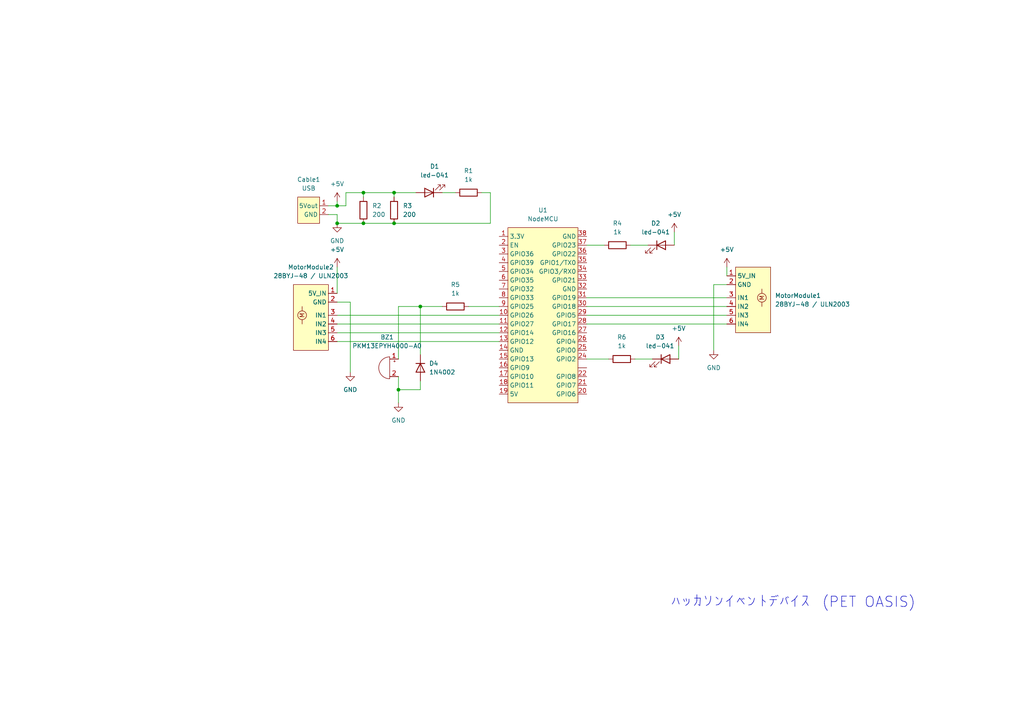
<source format=kicad_sch>
(kicad_sch (version 20211123) (generator eeschema)
  (paper "A4")
  (lib_symbols
    (symbol "Device:Buzzer" (pin_names (offset 0.0254) hide)
      (property "Reference" "BZ" (at 3.81 1.27 0))
      (property "Value" "Buzzer" (at 3.81 -1.27 0))
      (symbol "Buzzer_0_1"
        (arc (start 0 -3.175) (mid 3.175 0) (end 0 3.175))
        (polyline (pts (xy -1.651 1.905) (xy -1.143 1.905)))
        (polyline (pts (xy -1.397 2.159) (xy -1.397 1.651)))
        (polyline (pts (xy 0 3.175) (xy 0 -3.175)))
      )
      (symbol "Buzzer_1_1"
        (pin passive line (at -2.54 2.54 0) (length 2.54) (name "-") (number "1"))
        (pin passive line (at -2.54 -2.54 0) (length 2.54) (name "+") (number "2"))
      )
    )
    (symbol "Device:D" (pin_numbers hide) (pin_names (offset 1.016) hide)
      (property "Reference" "D" (at 0 2.54 0))
      (property "Value" "D" (at 0 -2.54 0))
      (symbol "D_0_1"
        (polyline (pts (xy -1.27 1.27) (xy -1.27 -1.27)) (stroke (width 0.254)))
        (polyline (pts (xy 1.27 0) (xy -1.27 0)))
        (polyline (pts (xy 1.27 1.27) (xy 1.27 -1.27) (xy -1.27 0) (xy 1.27 1.27)) (stroke (width 0.254)))
      )
      (symbol "D_1_1"
        (pin passive line (at -3.81 0 0) (length 2.54) (name "K") (number "1"))
        (pin passive line (at 3.81 0 180) (length 2.54) (name "A") (number "2"))
      )
    )
    (symbol "Device:LED" (pin_numbers hide) (pin_names (offset 1.016) hide)
      (property "Reference" "D" (at 0 2.54 0))
      (property "Value" "LED" (at 0 -2.54 0))
      (symbol "LED_0_1"
        (polyline (pts (xy -1.27 -1.27) (xy -1.27 1.27)) (stroke (width 0.254)))
        (polyline (pts (xy -1.27 0) (xy 1.27 0)))
        (polyline (pts (xy 1.27 -1.27) (xy 1.27 1.27) (xy -1.27 0) (xy 1.27 -1.27)) (stroke (width 0.254)))
        (polyline (pts (xy -3.048 -0.762) (xy -4.572 -2.286) (xy -3.81 -2.286) (xy -4.572 -2.286) (xy -4.572 -1.524)))
        (polyline (pts (xy -1.778 -0.762) (xy -3.302 -2.286) (xy -2.54 -2.286) (xy -3.302 -2.286) (xy -3.302 -1.524)))
      )
      (symbol "LED_1_1"
        (pin passive line (at -3.81 0 0) (length 2.54) (name "K") (number "1"))
        (pin passive line (at 3.81 0 180) (length 2.54) (name "A") (number "2"))
      )
    )
    (symbol "Device:R" (pin_numbers hide) (pin_names (offset 0))
      (property "Reference" "R" (at 2.032 0 90))
      (property "Value" "R" (at 0 0 90))
      (symbol "R_0_1"
        (rectangle (start -1.016 -2.54) (end 1.016 2.54) (stroke (width 0.254)))
      )
      (symbol "R_1_1"
        (pin passive line (at 0 3.81 270) (length 1.27) (name "~") (number "1"))
        (pin passive line (at 0 -3.81 90) (length 1.27) (name "~") (number "2"))
      )
    )
    (symbol "HCT_sym:28BYJ-48"
      (property "Reference" "MotorModule" (at -1.27 8.89 0))
      (property "Value" "28BYJ-48" (at -1.27 -12.7 0))
      (symbol "28BYJ-48_0_0"
        (text "M" (at -3.81 -1.27 900) (effects (font (size 1.27 1.27))))
      )
      (symbol "28BYJ-48_0_1"
        (rectangle (start -6.35 7.62) (end 3.81 -11.43) (fill (type background)))
        (circle (center -3.81 -1.27) (radius 1.27))
        (polyline (pts (xy -3.81 -2.54) (xy -3.81 -3.81)))
        (polyline (pts (xy -3.81 0) (xy -3.81 1.27)))
      )
      (symbol "28BYJ-48_1_1"
        (pin bidirectional line (at 6.35 5.08 180) (length 2.54) (name "5V_IN") (number "1"))
        (pin bidirectional line (at 6.35 2.54 180) (length 2.54) (name "GND") (number "2"))
        (pin bidirectional line (at 6.35 -1.27 180) (length 2.54) (name "IN1") (number "3"))
        (pin bidirectional line (at 6.35 -3.81 180) (length 2.54) (name "IN2") (number "4"))
        (pin bidirectional line (at 6.35 -6.35 180) (length 2.54) (name "IN3") (number "5"))
        (pin bidirectional line (at 6.35 -8.89 180) (length 2.54) (name "IN4") (number "6"))
      )
    )
    (symbol "HCT_sym:NodeMCU"
      (property "Reference" "U" (at -10.16 27.94 0))
      (property "Value" "NodeMCU" (at -1.27 -25.4 0))
      (symbol "NodeMCU_0_1"
        (rectangle (start -11.43 26.67) (end 8.89 -24.13) (fill (type background)))
      )
      (symbol "NodeMCU_1_1"
        (pin bidirectional line (at 11.43 -13.97 180) (length 2.54) (name "") (number ""))
        (pin power_in line (at -13.97 24.13 0) (length 2.54) (name "3.3V") (number "1"))
        (pin bidirectional line (at -13.97 1.27 0) (length 2.54) (name "GPIO26") (number "10"))
        (pin bidirectional line (at -13.97 -1.27 0) (length 2.54) (name "GPIO27") (number "11"))
        (pin bidirectional line (at -13.97 -3.81 0) (length 2.54) (name "GPIO14") (number "12"))
        (pin bidirectional line (at -13.97 -6.35 0) (length 2.54) (name "GPIO12") (number "13"))
        (pin bidirectional line (at -13.97 -8.89 0) (length 2.54) (name "GND") (number "14"))
        (pin bidirectional line (at -13.97 -11.43 0) (length 2.54) (name "GPIO13") (number "15"))
        (pin bidirectional line (at -13.97 -13.97 0) (length 2.54) (name "GPIO9") (number "16"))
        (pin bidirectional line (at -13.97 -16.51 0) (length 2.54) (name "GPIO10") (number "17"))
        (pin bidirectional line (at -13.97 -19.05 0) (length 2.54) (name "GPIO11") (number "18"))
        (pin bidirectional line (at -13.97 -21.59 0) (length 2.54) (name "5V") (number "19"))
        (pin bidirectional line (at -13.97 21.59 0) (length 2.54) (name "EN") (number "2"))
        (pin bidirectional line (at 11.43 -21.59 180) (length 2.54) (name "GPIO6") (number "20"))
        (pin bidirectional line (at 11.43 -19.05 180) (length 2.54) (name "GPIO7") (number "21"))
        (pin bidirectional line (at 11.43 -16.51 180) (length 2.54) (name "GPIO8") (number "22"))
        (pin bidirectional line (at 11.43 -11.43 180) (length 2.54) (name "GPIO2") (number "24"))
        (pin bidirectional line (at 11.43 -8.89 180) (length 2.54) (name "GPIO0") (number "25"))
        (pin bidirectional line (at 11.43 -6.35 180) (length 2.54) (name "GPIO4") (number "26"))
        (pin bidirectional line (at 11.43 -3.81 180) (length 2.54) (name "GPIO16") (number "27"))
        (pin bidirectional line (at 11.43 -1.27 180) (length 2.54) (name "GPIO17") (number "28"))
        (pin bidirectional line (at 11.43 1.27 180) (length 2.54) (name "GPIO5") (number "29"))
        (pin bidirectional line (at -13.97 19.05 0) (length 2.54) (name "GPIO36") (number "3"))
        (pin bidirectional line (at 11.43 3.81 180) (length 2.54) (name "GPIO18") (number "30"))
        (pin bidirectional line (at 11.43 6.35 180) (length 2.54) (name "GPIO19") (number "31"))
        (pin bidirectional line (at 11.43 8.89 180) (length 2.54) (name "GND") (number "32"))
        (pin bidirectional line (at 11.43 11.43 180) (length 2.54) (name "GPIO21") (number "33"))
        (pin bidirectional line (at 11.43 13.97 180) (length 2.54) (name "GPIO3/RX0") (number "34"))
        (pin bidirectional line (at 11.43 16.51 180) (length 2.54) (name "GPIO1/TX0") (number "35"))
        (pin bidirectional line (at 11.43 19.05 180) (length 2.54) (name "GPIO22") (number "36"))
        (pin bidirectional line (at 11.43 21.59 180) (length 2.54) (name "GPIO23") (number "37"))
        (pin bidirectional line (at 11.43 24.13 180) (length 2.54) (name "GND") (number "38"))
        (pin power_in line (at -13.97 16.51 0) (length 2.54) (name "GPIO39") (number "4"))
        (pin bidirectional line (at -13.97 13.97 0) (length 2.54) (name "GPIO34") (number "5"))
        (pin bidirectional line (at -13.97 11.43 0) (length 2.54) (name "GPIO35") (number "6"))
        (pin bidirectional line (at -13.97 8.89 0) (length 2.54) (name "GPIO32") (number "7"))
        (pin bidirectional line (at -13.97 6.35 0) (length 2.54) (name "GPIO33") (number "8"))
        (pin bidirectional line (at -13.97 3.81 0) (length 2.54) (name "GPIO25") (number "9"))
      )
    )
    (symbol "HCT_sym:USB"
      (property "Reference" "Cable" (at -3.81 3.81 0))
      (property "Value" "USB" (at -2.54 -6.35 0))
      (symbol "USB_0_0"
        (rectangle (start 1.27 -5.08) (end -5.08 2.54) (fill (type background)))
      )
      (symbol "USB_1_1"
        (pin bidirectional line (at 3.81 0 180) (length 2.54) (name "5Vout") (number "1"))
        (pin bidirectional line (at 3.81 -2.54 180) (length 2.54) (name "GND") (number "2"))
      )
    )
    (symbol "power:+5V" (power) (pin_names (offset 0))
      (property "Value" "+5V" (at 0 3.556 0))
      (symbol "+5V_0_1"
        (polyline (pts (xy -0.762 1.27) (xy 0 2.54)))
        (polyline (pts (xy 0 0) (xy 0 2.54)))
        (polyline (pts (xy 0 2.54) (xy 0.762 1.27)))
      )
      (symbol "+5V_1_1"
        (pin power_in line (at 0 0 90) (length 0) hide (name "+5V") (number "1"))
      )
    )
    (symbol "power:GND" (power) (pin_names (offset 0))
      (property "Value" "GND" (at 0 -3.81 0))
      (symbol "GND_0_1"
        (polyline (pts (xy 0 0) (xy 0 -1.27) (xy 1.27 -1.27) (xy 0 -2.54) (xy -1.27 -1.27) (xy 0 -1.27)))
      )
      (symbol "GND_1_1"
        (pin power_in line (at 0 0 270) (length 0) hide (name "GND") (number "1"))
      )
    )
  )
  (junction (at 97.79 64.77))
  (junction (at 105.41 55.88))
  (junction (at 114.3 64.77))
  (junction (at 114.3 55.88))
  (junction (at 121.92 88.9))
  (junction (at 97.79 59.69))
  (junction (at 105.41 64.77))
  (junction (at 115.57 113.03))
  (wire (pts (xy 101.6 87.63) (xy 101.6 107.95)))
  (wire (pts (xy 120.65 55.88) (xy 114.3 55.88)))
  (wire (pts (xy 97.79 93.98) (xy 144.78 93.98)))
  (wire (pts (xy 135.89 88.9) (xy 144.78 88.9)))
  (wire (pts (xy 170.18 93.98) (xy 210.82 93.98)))
  (wire (pts (xy 97.79 59.69) (xy 100.33 59.69)))
  (wire (pts (xy 97.79 64.77) (xy 105.41 64.77)))
  (wire (pts (xy 97.79 58.42) (xy 97.79 59.69)))
  (wire (pts (xy 196.85 100.33) (xy 196.85 104.14)))
  (wire (pts (xy 170.18 71.12) (xy 175.26 71.12)))
  (wire (pts (xy 184.15 104.14) (xy 189.23 104.14)))
  (wire (pts (xy 170.18 104.14) (xy 176.53 104.14)))
  (wire (pts (xy 210.82 77.47) (xy 210.82 80.01)))
  (wire (pts (xy 100.33 55.88) (xy 105.41 55.88)))
  (wire (pts (xy 97.79 59.69) (xy 95.25 59.69)))
  (wire (pts (xy 115.57 113.03) (xy 115.57 116.84)))
  (wire (pts (xy 121.92 88.9) (xy 128.27 88.9)))
  (wire (pts (xy 121.92 110.49) (xy 121.92 113.03)))
  (wire (pts (xy 182.88 71.12) (xy 187.96 71.12)))
  (wire (pts (xy 207.01 82.55) (xy 207.01 101.6)))
  (wire (pts (xy 121.92 113.03) (xy 115.57 113.03)))
  (wire (pts (xy 101.6 87.63) (xy 97.79 87.63)))
  (wire (pts (xy 121.92 88.9) (xy 121.92 102.87)))
  (wire (pts (xy 142.24 55.88) (xy 142.24 64.77)))
  (wire (pts (xy 195.58 67.31) (xy 195.58 71.12)))
  (wire (pts (xy 170.18 91.44) (xy 210.82 91.44)))
  (wire (pts (xy 170.18 88.9) (xy 210.82 88.9)))
  (wire (pts (xy 128.27 55.88) (xy 132.08 55.88)))
  (wire (pts (xy 105.41 55.88) (xy 105.41 57.15)))
  (wire (pts (xy 114.3 55.88) (xy 114.3 57.15)))
  (wire (pts (xy 97.79 62.23) (xy 97.79 64.77)))
  (wire (pts (xy 139.7 55.88) (xy 142.24 55.88)))
  (wire (pts (xy 114.3 55.88) (xy 105.41 55.88)))
  (wire (pts (xy 97.79 91.44) (xy 144.78 91.44)))
  (wire (pts (xy 97.79 77.47) (xy 97.79 85.09)))
  (wire (pts (xy 97.79 99.06) (xy 144.78 99.06)))
  (wire (pts (xy 170.18 86.36) (xy 210.82 86.36)))
  (wire (pts (xy 95.25 62.23) (xy 97.79 62.23)))
  (wire (pts (xy 105.41 64.77) (xy 114.3 64.77)))
  (wire (pts (xy 210.82 82.55) (xy 207.01 82.55)))
  (wire (pts (xy 115.57 104.14) (xy 115.57 88.9)))
  (wire (pts (xy 97.79 96.52) (xy 144.78 96.52)))
  (wire (pts (xy 114.3 64.77) (xy 142.24 64.77)))
  (wire (pts (xy 115.57 109.22) (xy 115.57 113.03)))
  (wire (pts (xy 100.33 59.69) (xy 100.33 55.88)))
  (wire (pts (xy 115.57 88.9) (xy 121.92 88.9)))
  (text "ハッカソンイベントデバイス　(PET OASIS)" (at 194.31 176.53 0) (effects (font (size 3 3)) (justify left bottom)))
  (symbol (lib_id "Device:LED") (at 191.77 71.12 0) (unit 1)
    (property "Reference" "D2" (at 190.1825 64.77 0))
    (property "Value" "led-041" (at 190.1825 67.31 0))
  )
  (symbol (lib_id "power:GND") (at 101.6 107.95 0) (unit 1)
    (property "Reference" "#PWR08" (effects hide))
    (property "Value" "GND" (at 101.6 113.03 0))
  )
  (symbol (lib_id "power:+5V") (at 196.85 100.33 0) (unit 1)
    (property "Reference" "#PWR06" (effects hide))
    (property "Value" "+5V" (at 196.85 95.25 0))
  )
  (symbol (lib_id "HCT_sym:28BYJ-48") (at 91.44 90.17 0) (unit 1)
    (property "Reference" "MotorModule2" (at 90.17 77.47 0))
    (property "Value" "28BYJ-48 / ULN2003" (at 90.17 80.01 0))
  )
  (symbol (lib_id "HCT_sym:28BYJ-48") (at 217.17 85.09 0) (mirror y) (unit 1)
    (property "Reference" "MotorModule1" (at 224.79 85.7249 0) (effects (justify right)))
    (property "Value" "28BYJ-48 / ULN2003" (at 224.79 88.2649 0) (effects (justify right)))
  )
  (symbol (lib_id "power:+5V") (at 97.79 58.42 0) (unit 1)
    (property "Reference" "#PWR01" (effects hide))
    (property "Value" "+5V" (at 97.79 53.34 0))
  )
  (symbol (lib_id "Device:R") (at 114.3 60.96 180) (unit 1)
    (property "Reference" "R3" (at 116.84 59.6899 0) (effects (justify right)))
    (property "Value" "200" (at 116.84 62.2299 0) (effects (justify right)))
  )
  (symbol (lib_id "power:GND") (at 207.01 101.6 0) (unit 1)
    (property "Reference" "#PWR07" (effects hide))
    (property "Value" "GND" (at 207.01 106.68 0))
  )
  (symbol (lib_id "Device:LED") (at 124.46 55.88 180) (unit 1)
    (property "Reference" "D1" (at 126.0475 48.26 0))
    (property "Value" "led-041" (at 126.0475 50.8 0))
  )
  (symbol (lib_id "power:GND") (at 115.57 116.84 0) (unit 1)
    (property "Reference" "#PWR09" (effects hide))
    (property "Value" "GND" (at 115.57 121.92 0))
  )
  (symbol (lib_id "HCT_sym:USB") (at 91.44 59.69 0) (unit 1)
    (property "Reference" "Cable1" (at 89.535 52.07 0))
    (property "Value" "USB" (at 89.535 54.61 0))
  )
  (symbol (lib_id "power:+5V") (at 210.82 77.47 0) (unit 1)
    (property "Reference" "#PWR05" (effects hide))
    (property "Value" "+5V" (at 210.82 72.39 0))
  )
  (symbol (lib_id "Device:Buzzer") (at 113.03 106.68 0) (mirror y) (unit 1)
    (property "Reference" "BZ1" (at 112.268 97.79 0))
    (property "Value" "PKM13EPYH4000-A0" (at 112.268 100.33 0))
  )
  (symbol (lib_id "power:GND") (at 97.79 64.77 0) (unit 1)
    (property "Reference" "#PWR02" (effects hide))
    (property "Value" "GND" (at 97.79 69.85 0))
  )
  (symbol (lib_id "Device:R") (at 135.89 55.88 90) (unit 1)
    (property "Reference" "R1" (at 135.89 49.53 90))
    (property "Value" "1k" (at 135.89 52.07 90))
  )
  (symbol (lib_id "Device:R") (at 180.34 104.14 90) (unit 1)
    (property "Reference" "R6" (at 180.34 97.79 90))
    (property "Value" "1k" (at 180.34 100.33 90))
  )
  (symbol (lib_id "Device:D") (at 121.92 106.68 270) (unit 1)
    (property "Reference" "D4" (at 124.46 105.4099 90) (effects (justify left)))
    (property "Value" "1N4002" (at 124.46 107.9499 90) (effects (justify left)))
  )
  (symbol (lib_id "Device:LED") (at 193.04 104.14 0) (unit 1)
    (property "Reference" "D3" (at 191.4525 97.79 0))
    (property "Value" "led-041" (at 191.4525 100.33 0))
  )
  (symbol (lib_id "Device:R") (at 105.41 60.96 180) (unit 1)
    (property "Reference" "R2" (at 107.95 59.6899 0) (effects (justify right)))
    (property "Value" "200" (at 107.95 62.2299 0) (effects (justify right)))
  )
  (symbol (lib_id "power:+5V") (at 195.58 67.31 0) (unit 1)
    (property "Reference" "#PWR03" (effects hide))
    (property "Value" "+5V" (at 195.58 62.23 0))
  )
  (symbol (lib_id "HCT_sym:NodeMCU") (at 158.75 92.71 0) (unit 1)
    (property "Reference" "U1" (at 157.48 60.96 0))
    (property "Value" "NodeMCU" (at 157.48 63.5 0))
  )
  (symbol (lib_id "Device:R") (at 132.08 88.9 90) (unit 1)
    (property "Reference" "R5" (at 132.08 82.55 90))
    (property "Value" "1k" (at 132.08 85.09 90))
  )
  (symbol (lib_id "Device:R") (at 179.07 71.12 90) (unit 1)
    (property "Reference" "R4" (at 179.07 64.77 90))
    (property "Value" "1k" (at 179.07 67.31 90))
  )
  (symbol (lib_id "power:+5V") (at 97.79 77.47 0) (unit 1)
    (property "Reference" "#PWR04" (effects hide))
    (property "Value" "+5V" (at 97.79 72.39 0))
  )
)
</source>
